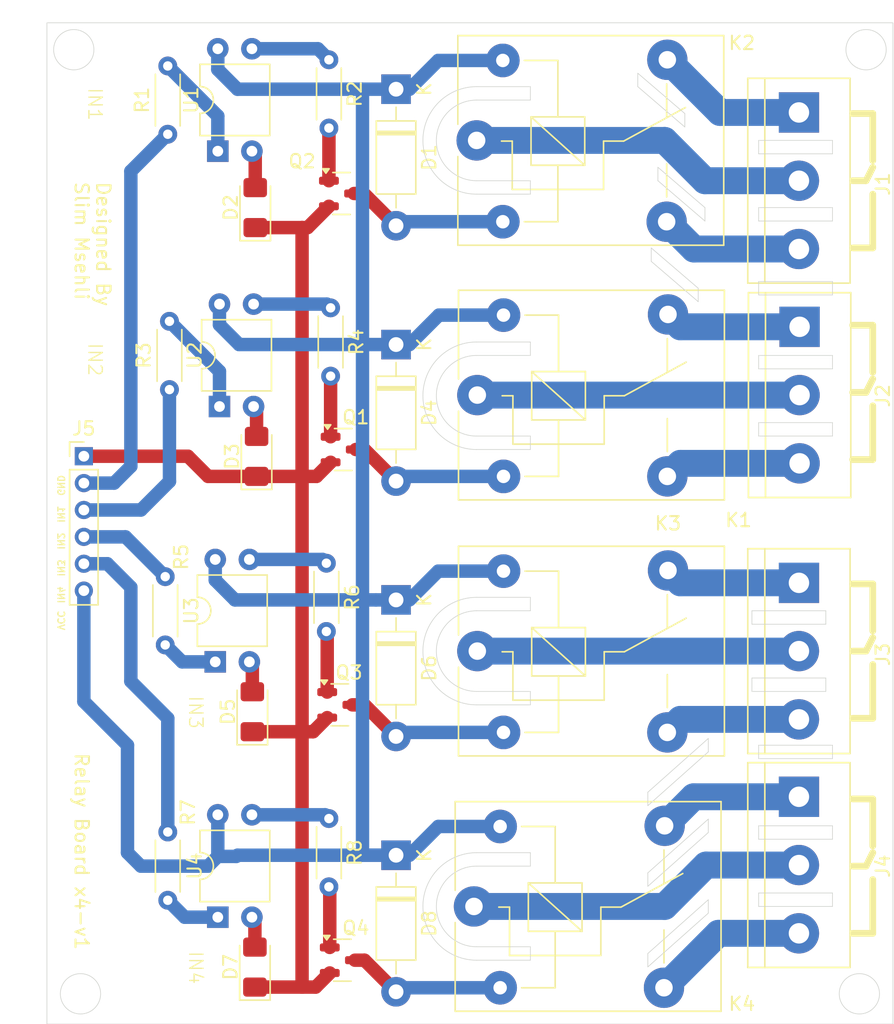
<source format=kicad_pcb>
(kicad_pcb (version 20240108) (generator "pcbnew") (generator_version "8.0")
  (title_block (title "x4 Relay Board with 5v control") (date "2025-05-09") (rev "v0") (company "Slim Msehli"))
  (layers (0 "F.Cu" signal) (31 "B.Cu" signal) (34 "B.Paste" user) (35 "F.Paste" user) (36 "B.SilkS" user "B.Silkscreen") (37 "F.SilkS" user "F.Silkscreen") (38 "B.Mask" user) (39 "F.Mask" user) (44 "Edge.Cuts" user))
  (net 0 "")
  (net 1 "Net-(D1-A)")
  (net 2 "VCC")
  (net 3 "Net-(D2-A)")
  (net 4 "GND")
  (net 5 "Net-(D3-A)")
  (net 6 "Net-(D4-A)")
  (net 7 "Net-(D5-A)")
  (net 8 "Net-(D6-A)")
  (net 9 "Net-(D7-A)")
  (net 10 "Net-(D8-A)")
  (net 11 "/AC1_CLOSE")
  (net 12 "/AC1_IN")
  (net 13 "/AC1_OPEN")
  (net 14 "/AC2_IN")
  (net 15 "/AC2_CLOSE")
  (net 16 "/AC2_OPEN")
  (net 17 "/AC3_IN")
  (net 18 "/AC3_OPEN")
  (net 19 "/AC3_CLOSE")
  (net 20 "/AC4_OPEN")
  (net 21 "/AC4_IN")
  (net 22 "/AC4_CLOSE")
  (net 23 "/IN1")
  (net 24 "/IN4")
  (net 25 "/IN3")
  (net 26 "/IN2")
  (net 27 "Net-(Q1-B)")
  (net 28 "Net-(Q2-B)")
  (net 29 "Net-(Q3-B)")
  (net 30 "Net-(Q4-B)")
  (net 31 "Net-(R1-Pad2)")
  (net 32 "Net-(R2-Pad1)")
  (net 33 "Net-(R3-Pad2)")
  (net 34 "Net-(R4-Pad1)")
  (net 35 "Net-(R5-Pad2)")
  (net 36 "Net-(R6-Pad1)")
  (net 37 "Net-(R7-Pad2)")
  (net 38 "Net-(R8-Pad1)")
  (footprint "Resistor_THT:R_Axial_DIN0204_L3.6mm_D1.6mm_P5.08mm_Horizontal" (layer "F.Cu") (at 90.125 44.46 -90)
    (property "Reference" "R4" (at 2.54 -1.92 90) (layer "F.SilkS"))
    (property "Value" "510R")
    (pad "1" thru_hole circle (at 0 0 270) (size 1.4 1.4) (drill 0.7) (layers "*.Cu" "*.Mask") (net 34 "Net-(R4-Pad1)"))
    (pad "2" thru_hole oval (at 5.08 0 270) (size 1.4 1.4) (drill 0.7) (layers "*.Cu" "*.Mask") (net 27 "Net-(Q1-B)"))
  )
  (footprint "LED_SMD:LED_1206_3216Metric_Pad1.42x1.75mm_HandSolder" (layer "F.Cu") (at 84.6125 55.5125 90)
    (property "Reference" "D3" (at 0 -1.82 90) (layer "F.SilkS"))
    (property "Value" "LED")
    (pad "1" smd roundrect (at -1.4875 0 90) (size 1.425 1.75) (layers "F.Cu" "F.Paste" "F.Mask") (roundrect_rratio 0.175439) (net 4 "GND"))
    (pad "2" smd roundrect (at 1.4875 0 90) (size 1.425 1.75) (layers "F.Cu" "F.Paste" "F.Mask") (roundrect_rratio 0.175439) (net 5 "Net-(D3-A)"))
  )
  (footprint "LED_SMD:LED_1206_3216Metric_Pad1.42x1.75mm_HandSolder" (layer "F.Cu") (at 84.4875 93.5125 90)
    (property "Reference" "D7" (at 0 -1.82 90) (layer "F.SilkS"))
    (property "Value" "LED")
    (pad "1" smd roundrect (at -1.4875 0 90) (size 1.425 1.75) (layers "F.Cu" "F.Paste" "F.Mask") (roundrect_rratio 0.175439) (net 4 "GND"))
    (pad "2" smd roundrect (at 1.4875 0 90) (size 1.425 1.75) (layers "F.Cu" "F.Paste" "F.Mask") (roundrect_rratio 0.175439) (net 9 "Net-(D7-A)"))
  )
  (footprint "TerminalBlock:TerminalBlock_bornier-3_P5.08mm" (layer "F.Cu") (at 125.05 45.87 -90)
    (property "Reference" "J2" (at 5.13 -6.2 -90) (layer "F.SilkS"))
    (property "Value" "Conn_01x03_Pin")
    (pad "1" thru_hole rect (at 0 0 270) (size 3 3) (drill 1.52) (layers "*.Cu" "*.Mask") (net 15 "/AC2_CLOSE"))
    (pad "2" thru_hole circle (at 5.08 0 270) (size 3 3) (drill 1.52) (layers "*.Cu" "*.Mask") (net 14 "/AC2_IN"))
    (pad "3" thru_hole circle (at 10.16 0 270) (size 3 3) (drill 1.52) (layers "*.Cu" "*.Mask") (net 16 "/AC2_OPEN"))
  )
  (footprint "Package_TO_SOT_SMD:SOT-23" (layer "F.Cu") (at 91.0625 55)
    (property "Reference" "Q1" (at 0.9375 -2.4 0) (layer "F.SilkS"))
    (property "Value" "BC807")
    (pad "1" smd roundrect (at -0.9375 -0.95) (size 1.475 0.6) (layers "F.Cu" "F.Paste" "F.Mask") (net 27 "Net-(Q1-B)"))
    (pad "2" smd roundrect (at -0.9375 0.95) (size 1.475 0.6) (layers "F.Cu" "F.Paste" "F.Mask") (net 4 "GND"))
    (pad "3" smd roundrect (at 0.9375 0) (size 1.475 0.6) (layers "F.Cu" "F.Paste" "F.Mask") (net 6 "Net-(D4-A)"))
  )
  (footprint "Resistor_THT:R_Axial_DIN0204_L3.6mm_D1.6mm_P5.08mm_Horizontal" (layer "F.Cu") (at 89.81 63.46 -90)
    (property "Reference" "R6" (at 2.54 -1.92 90) (layer "F.SilkS"))
    (property "Value" "510R")
    (pad "1" thru_hole circle (at 0 0 270) (size 1.4 1.4) (drill 0.7) (layers "*.Cu" "*.Mask") (net 36 "Net-(R6-Pad1)"))
    (pad "2" thru_hole oval (at 5.08 0 270) (size 1.4 1.4) (drill 0.7) (layers "*.Cu" "*.Mask") (net 29 "Net-(Q3-B)"))
  )
  (footprint "Package_DIP:DIP-4_W7.62mm" (layer "F.Cu") (at 81.725 89.8 90)
    (property "Reference" "U4" (at 3.81 -1.725 90) (layer "F.SilkS"))
    (property "Value" "PC817")
    (pad "1" thru_hole rect (at 0 0 90) (size 1.6 1.6) (drill 0.8) (layers "*.Cu" "*.Mask") (net 37 "Net-(R7-Pad2)"))
    (pad "2" thru_hole oval (at 0 2.54 90) (size 1.6 1.6) (drill 0.8) (layers "*.Cu" "*.Mask") (net 9 "Net-(D7-A)"))
    (pad "3" thru_hole oval (at 7.62 2.54 90) (size 1.6 1.6) (drill 0.8) (layers "*.Cu" "*.Mask") (net 38 "Net-(R8-Pad1)"))
    (pad "4" thru_hole oval (at 7.62 0 90) (size 1.6 1.6) (drill 0.8) (layers "*.Cu" "*.Mask") (net 2 "VCC"))
  )
  (footprint "TerminalBlock:TerminalBlock_bornier-3_P5.08mm" (layer "F.Cu") (at 125 29.92 -90)
    (property "Reference" "J1" (at 5.33 -6.25 -90) (layer "F.SilkS"))
    (property "Value" "Conn_01x03_Pin")
    (pad "1" thru_hole rect (at 0 0 270) (size 3 3) (drill 1.52) (layers "*.Cu" "*.Mask") (net 11 "/AC1_CLOSE"))
    (pad "2" thru_hole circle (at 5.08 0 270) (size 3 3) (drill 1.52) (layers "*.Cu" "*.Mask") (net 12 "/AC1_IN"))
    (pad "3" thru_hole circle (at 10.16 0 270) (size 3 3) (drill 1.52) (layers "*.Cu" "*.Mask") (net 13 "/AC1_OPEN"))
  )
  (footprint "Relay_THT:Relay_SPDT_SANYOU_SRD_Series_Form_C" (layer "F.Cu") (at 101.05 70)
    (property "Reference" "K3" (at 14.2 -9.5 0) (layer "F.SilkS"))
    (property "Value" "SANYOU_SRD_Form_C")
    (pad "1" thru_hole circle (at 0 0 90) (size 3 3) (drill 1.3) (layers "*.Cu" "*.Mask") (net 17 "/AC3_IN"))
    (pad "2" thru_hole circle (at 1.95 6.05 90) (size 2.5 2.5) (drill 1) (layers "*.Cu" "*.Mask") (net 8 "Net-(D6-A)"))
    (pad "3" thru_hole circle (at 14.15 6.05 90) (size 3 3) (drill 1.3) (layers "*.Cu" "*.Mask") (net 18 "/AC3_OPEN"))
    (pad "4" thru_hole circle (at 14.2 -6 90) (size 3 3) (drill 1.3) (layers "*.Cu" "*.Mask") (net 19 "/AC3_CLOSE"))
    (pad "5" thru_hole circle (at 1.95 -5.95 90) (size 2.5 2.5) (drill 1) (layers "*.Cu" "*.Mask") (net 2 "VCC"))
  )
  (footprint "TerminalBlock:TerminalBlock_bornier-3_P5.08mm" (layer "F.Cu") (at 125 80.84 -90)
    (property "Reference" "J4" (at 5.16 -6.25 -90) (layer "F.SilkS"))
    (property "Value" "Conn_01x03_Pin")
    (pad "1" thru_hole rect (at 0 0 270) (size 3 3) (drill 1.52) (layers "*.Cu" "*.Mask") (net 22 "/AC4_CLOSE"))
    (pad "2" thru_hole circle (at 5.08 0 270) (size 3 3) (drill 1.52) (layers "*.Cu" "*.Mask") (net 21 "/AC4_IN"))
    (pad "3" thru_hole circle (at 10.16 0 270) (size 3 3) (drill 1.52) (layers "*.Cu" "*.Mask") (net 20 "/AC4_OPEN"))
  )
  (footprint "TerminalBlock:TerminalBlock_bornier-3_P5.08mm" (layer "F.Cu") (at 125 64.92 -90)
    (property "Reference" "J3" (at 5.33 -6.25 -90) (layer "F.SilkS"))
    (property "Value" "Conn_01x03_Pin")
    (pad "1" thru_hole rect (at 0 0 270) (size 3 3) (drill 1.52) (layers "*.Cu" "*.Mask") (net 19 "/AC3_CLOSE"))
    (pad "2" thru_hole circle (at 5.08 0 270) (size 3 3) (drill 1.52) (layers "*.Cu" "*.Mask") (net 17 "/AC3_IN"))
    (pad "3" thru_hole circle (at 10.16 0 270) (size 3 3) (drill 1.52) (layers "*.Cu" "*.Mask") (net 18 "/AC3_OPEN"))
  )
  (footprint "Package_TO_SOT_SMD:SOT-23" (layer "F.Cu") (at 91 93)
    (property "Reference" "Q4" (at 1 -2.4 0) (layer "F.SilkS"))
    (property "Value" "BC807")
    (pad "1" smd roundrect (at -0.9375 -0.95) (size 1.475 0.6) (layers "F.Cu" "F.Paste" "F.Mask") (net 30 "Net-(Q4-B)"))
    (pad "2" smd roundrect (at -0.9375 0.95) (size 1.475 0.6) (layers "F.Cu" "F.Paste" "F.Mask") (net 4 "GND"))
    (pad "3" smd roundrect (at 0.9375 0) (size 1.475 0.6) (layers "F.Cu" "F.Paste" "F.Mask") (net 10 "Net-(D8-A)"))
  )
  (footprint "Diode_THT:D_DO-41_SOD81_P10.16mm_Horizontal" (layer "F.Cu") (at 95 47.19 -90)
    (property "Reference" "D4" (at 5.08 -2.47 -90) (layer "F.SilkS"))
    (property "Value" "1N4007")
    (fp_text user "K" (at 0 -2.1 -90) (layer "F.SilkS"))
    (pad "1" thru_hole rect (at 0 0 270) (size 2.2 2.2) (drill 1.1) (layers "*.Cu" "*.Mask") (net 2 "VCC"))
    (pad "2" thru_hole oval (at 10.16 0 270) (size 2.2 2.2) (drill 1.1) (layers "*.Cu" "*.Mask") (net 6 "Net-(D4-A)"))
  )
  (footprint "Diode_THT:D_DO-41_SOD81_P10.16mm_Horizontal" (layer "F.Cu") (at 95 85.19 -90)
    (property "Reference" "D8" (at 5.08 -2.47 -90) (layer "F.SilkS"))
    (property "Value" "1N4007")
    (fp_text user "K" (at 0 -2.1 -90) (layer "F.SilkS"))
    (pad "1" thru_hole rect (at 0 0 270) (size 2.2 2.2) (drill 1.1) (layers "*.Cu" "*.Mask") (net 2 "VCC"))
    (pad "2" thru_hole oval (at 10.16 0 270) (size 2.2 2.2) (drill 1.1) (layers "*.Cu" "*.Mask") (net 10 "Net-(D8-A)"))
  )
  (footprint "Resistor_THT:R_Axial_DIN0204_L3.6mm_D1.6mm_P5.08mm_Horizontal" (layer "F.Cu") (at 90 82.46 -90)
    (property "Reference" "R8" (at 2.54 -1.92 90) (layer "F.SilkS"))
    (property "Value" "510R")
    (pad "1" thru_hole circle (at 0 0 270) (size 1.4 1.4) (drill 0.7) (layers "*.Cu" "*.Mask") (net 38 "Net-(R8-Pad1)"))
    (pad "2" thru_hole oval (at 5.08 0 270) (size 1.4 1.4) (drill 0.7) (layers "*.Cu" "*.Mask") (net 30 "Net-(Q4-B)"))
  )
  (footprint "Resistor_THT:R_Axial_DIN0204_L3.6mm_D1.6mm_P5.08mm_Horizontal" (layer "F.Cu") (at 78 31.54 90)
    (property "Reference" "R1" (at 2.54 -1.92 90) (layer "F.SilkS"))
    (property "Value" "1K")
    (pad "1" thru_hole circle (at 0 0 90) (size 1.4 1.4) (drill 0.7) (layers "*.Cu" "*.Mask") (net 23 "/IN1"))
    (pad "2" thru_hole oval (at 5.08 0 90) (size 1.4 1.4) (drill 0.7) (layers "*.Cu" "*.Mask") (net 31 "Net-(R1-Pad2)"))
  )
  (footprint "LED_SMD:LED_1206_3216Metric_Pad1.42x1.75mm_HandSolder" (layer "F.Cu") (at 84.2975 74.5125 90)
    (property "Reference" "D5" (at 0 -1.82 90) (layer "F.SilkS"))
    (property "Value" "LED")
    (pad "1" smd roundrect (at -1.4875 0 90) (size 1.425 1.75) (layers "F.Cu" "F.Paste" "F.Mask") (roundrect_rratio 0.175439) (net 4 "GND"))
    (pad "2" smd roundrect (at 1.4875 0 90) (size 1.425 1.75) (layers "F.Cu" "F.Paste" "F.Mask") (roundrect_rratio 0.175439) (net 7 "Net-(D5-A)"))
  )
  (footprint "Resistor_THT:R_Axial_DIN0204_L3.6mm_D1.6mm_P5.08mm_Horizontal" (layer "F.Cu") (at 90 26 -90)
    (property "Reference" "R2" (at 2.54 -1.92 90) (layer "F.SilkS"))
    (property "Value" "510R")
    (pad "1" thru_hole circle (at 0 0 270) (size 1.4 1.4) (drill 0.7) (layers "*.Cu" "*.Mask") (net 32 "Net-(R2-Pad1)"))
    (pad "2" thru_hole oval (at 5.08 0 270) (size 1.4 1.4) (drill 0.7) (layers "*.Cu" "*.Mask") (net 28 "Net-(Q2-B)"))
  )
  (footprint "Resistor_THT:R_Axial_DIN0204_L3.6mm_D1.6mm_P5.08mm_Horizontal" (layer "F.Cu") (at 77.81 64.46 -90)
    (property "Reference" "R5" (at -1.46 -1.19 90) (layer "F.SilkS"))
    (property "Value" "1K")
    (pad "1" thru_hole circle (at 0 0 270) (size 1.4 1.4) (drill 0.7) (layers "*.Cu" "*.Mask") (net 25 "/IN3"))
    (pad "2" thru_hole oval (at 5.08 0 270) (size 1.4 1.4) (drill 0.7) (layers "*.Cu" "*.Mask") (net 35 "Net-(R5-Pad2)"))
  )
  (footprint "Relay_THT:Relay_SPDT_SANYOU_SRD_Series_Form_C" (layer "F.Cu") (at 101 32)
    (property "Reference" "K2" (at 19.75 -7.25 0) (layer "F.SilkS"))
    (property "Value" "SANYOU_SRD_Form_C")
    (pad "1" thru_hole circle (at 0 0 90) (size 3 3) (drill 1.3) (layers "*.Cu" "*.Mask") (net 12 "/AC1_IN"))
    (pad "2" thru_hole circle (at 1.95 6.05 90) (size 2.5 2.5) (drill 1) (layers "*.Cu" "*.Mask") (net 1 "Net-(D1-A)"))
    (pad "3" thru_hole circle (at 14.15 6.05 90) (size 3 3) (drill 1.3) (layers "*.Cu" "*.Mask") (net 13 "/AC1_OPEN"))
    (pad "4" thru_hole circle (at 14.2 -6 90) (size 3 3) (drill 1.3) (layers "*.Cu" "*.Mask") (net 11 "/AC1_CLOSE"))
    (pad "5" thru_hole circle (at 1.95 -5.95 90) (size 2.5 2.5) (drill 1) (layers "*.Cu" "*.Mask") (net 2 "VCC"))
  )
  (footprint "Package_DIP:DIP-4_W7.62mm" (layer "F.Cu") (at 81.85 51.8 90)
    (property "Reference" "U2" (at 3.81 -1.85 90) (layer "F.SilkS"))
    (property "Value" "PC817")
    (pad "1" thru_hole rect (at 0 0 90) (size 1.6 1.6) (drill 0.8) (layers "*.Cu" "*.Mask") (net 33 "Net-(R3-Pad2)"))
    (pad "2" thru_hole oval (at 0 2.54 90) (size 1.6 1.6) (drill 0.8) (layers "*.Cu" "*.Mask") (net 5 "Net-(D3-A)"))
    (pad "3" thru_hole oval (at 7.62 2.54 90) (size 1.6 1.6) (drill 0.8) (layers "*.Cu" "*.Mask") (net 34 "Net-(R4-Pad1)"))
    (pad "4" thru_hole oval (at 7.62 0 90) (size 1.6 1.6) (drill 0.8) (layers "*.Cu" "*.Mask") (net 2 "VCC"))
  )
  (footprint "Diode_THT:D_DO-41_SOD81_P10.16mm_Horizontal" (layer "F.Cu") (at 95 66.19 -90)
    (property "Reference" "D6" (at 5.08 -2.47 -90) (layer "F.SilkS"))
    (property "Value" "1N4007")
    (fp_text user "K" (at 0 -2.1 -90) (layer "F.SilkS"))
    (pad "1" thru_hole rect (at 0 0 270) (size 2.2 2.2) (drill 1.1) (layers "*.Cu" "*.Mask") (net 2 "VCC"))
    (pad "2" thru_hole oval (at 10.16 0 270) (size 2.2 2.2) (drill 1.1) (layers "*.Cu" "*.Mask") (net 8 "Net-(D6-A)"))
  )
  (footprint "Relay_THT:Relay_SPDT_SANYOU_SRD_Series_Form_C" (layer "F.Cu") (at 101.05 50.95)
    (property "Reference" "K1" (at 19.45 9.3 0) (layer "F.SilkS"))
    (property "Value" "SANYOU_SRD_Form_C")
    (pad "1" thru_hole circle (at 0 0 90) (size 3 3) (drill 1.3) (layers "*.Cu" "*.Mask") (net 14 "/AC2_IN"))
    (pad "2" thru_hole circle (at 1.95 6.05 90) (size 2.5 2.5) (drill 1) (layers "*.Cu" "*.Mask") (net 6 "Net-(D4-A)"))
    (pad "3" thru_hole circle (at 14.15 6.05 90) (size 3 3) (drill 1.3) (layers "*.Cu" "*.Mask") (net 16 "/AC2_OPEN"))
    (pad "4" thru_hole circle (at 14.2 -6 90) (size 3 3) (drill 1.3) (layers "*.Cu" "*.Mask") (net 15 "/AC2_CLOSE"))
    (pad "5" thru_hole circle (at 1.95 -5.95 90) (size 2.5 2.5) (drill 1) (layers "*.Cu" "*.Mask") (net 2 "VCC"))
  )
  (footprint "LED_SMD:LED_1206_3216Metric_Pad1.42x1.75mm_HandSolder" (layer "F.Cu") (at 84.5125 37 90)
    (property "Reference" "D2" (at 0 -1.82 90) (layer "F.SilkS"))
    (property "Value" "LED")
    (pad "1" smd roundrect (at -1.4875 0 90) (size 1.425 1.75) (layers "F.Cu" "F.Paste" "F.Mask") (roundrect_rratio 0.175439) (net 4 "GND"))
    (pad "2" smd roundrect (at 1.4875 0 90) (size 1.425 1.75) (layers "F.Cu" "F.Paste" "F.Mask") (roundrect_rratio 0.175439) (net 3 "Net-(D2-A)"))
  )
  (footprint "Resistor_THT:R_Axial_DIN0204_L3.6mm_D1.6mm_P5.08mm_Horizontal" (layer "F.Cu") (at 78 83.46 -90)
    (property "Reference" "R7" (at -1.46 -1.5 90) (layer "F.SilkS"))
    (property "Value" "1K")
    (pad "1" thru_hole circle (at 0 0 270) (size 1.4 1.4) (drill 0.7) (layers "*.Cu" "*.Mask") (net 24 "/IN4"))
    (pad "2" thru_hole oval (at 5.08 0 270) (size 1.4 1.4) (drill 0.7) (layers "*.Cu" "*.Mask") (net 37 "Net-(R7-Pad2)"))
  )
  (footprint "Diode_THT:D_DO-41_SOD81_P10.16mm_Horizontal" (layer "F.Cu") (at 95 28.19 -90)
    (property "Reference" "D1" (at 5.08 -2.47 -90) (layer "F.SilkS"))
    (property "Value" "1N4007")
    (fp_text user "K" (at 0 -2.1 -90) (layer "F.SilkS"))
    (pad "1" thru_hole rect (at 0 0 270) (size 2.2 2.2) (drill 1.1) (layers "*.Cu" "*.Mask") (net 2 "VCC"))
    (pad "2" thru_hole oval (at 10.16 0 270) (size 2.2 2.2) (drill 1.1) (layers "*.Cu" "*.Mask") (net 1 "Net-(D1-A)"))
  )
  (footprint "Package_TO_SOT_SMD:SOT-23" (layer "F.Cu") (at 90.9375 35.95)
    (property "Reference" "Q2" (at -2.9375 -2.4 0) (layer "F.SilkS"))
    (property "Value" "BC807")
    (pad "1" smd roundrect (at -0.9375 -0.95) (size 1.475 0.6) (layers "F.Cu" "F.Paste" "F.Mask") (net 28 "Net-(Q2-B)"))
    (pad "2" smd roundrect (at -0.9375 0.95) (size 1.475 0.6) (layers "F.Cu" "F.Paste" "F.Mask") (net 4 "GND"))
    (pad "3" smd roundrect (at 0.9375 0) (size 1.475 0.6) (layers "F.Cu" "F.Paste" "F.Mask") (net 1 "Net-(D1-A)"))
  )
  (footprint "Resistor_THT:R_Axial_DIN0204_L3.6mm_D1.6mm_P5.08mm_Horizontal" (layer "F.Cu") (at 78.125 50.54 90)
    (property "Reference" "R3" (at 2.54 -1.92 90) (layer "F.SilkS"))
    (property "Value" "1K")
    (pad "1" thru_hole circle (at 0 0 90) (size 1.4 1.4) (drill 0.7) (layers "*.Cu" "*.Mask") (net 26 "/IN2"))
    (pad "2" thru_hole oval (at 5.08 0 90) (size 1.4 1.4) (drill 0.7) (layers "*.Cu" "*.Mask") (net 33 "Net-(R3-Pad2)"))
  )
  (footprint "Package_DIP:DIP-4_W7.62mm" (layer "F.Cu") (at 81.725 32.8 90)
    (property "Reference" "U1" (at 3.8 -1.975 90) (layer "F.SilkS"))
    (property "Value" "PC817")
    (pad "1" thru_hole rect (at 0 0 90) (size 1.6 1.6) (drill 0.8) (layers "*.Cu" "*.Mask") (net 31 "Net-(R1-Pad2)"))
    (pad "2" thru_hole oval (at 0 2.54 90) (size 1.6 1.6) (drill 0.8) (layers "*.Cu" "*.Mask") (net 3 "Net-(D2-A)"))
    (pad "3" thru_hole oval (at 7.62 2.54 90) (size 1.6 1.6) (drill 0.8) (layers "*.Cu" "*.Mask") (net 32 "Net-(R2-Pad1)"))
    (pad "4" thru_hole oval (at 7.62 0 90) (size 1.6 1.6) (drill 0.8) (layers "*.Cu" "*.Mask") (net 2 "VCC"))
  )
  (footprint "Relay_THT:Relay_SPDT_SANYOU_SRD_Series_Form_C" (layer "F.Cu") (at 100.8 89)
    (property "Reference" "K4" (at 19.95 7.25 0) (layer "F.SilkS"))
    (property "Value" "SANYOU_SRD_Form_C")
    (pad "1" thru_hole circle (at 0 0 90) (size 3 3) (drill 1.3) (layers "*.Cu" "*.Mask") (net 21 "/AC4_IN"))
    (pad "2" thru_hole circle (at 1.95 6.05 90) (size 2.5 2.5) (drill 1) (layers "*.Cu" "*.Mask") (net 10 "Net-(D8-A)"))
    (pad "3" thru_hole circle (at 14.15 6.05 90) (size 3 3) (drill 1.3) (layers "*.Cu" "*.Mask") (net 20 "/AC4_OPEN"))
    (pad "4" thru_hole circle (at 14.2 -6 90) (size 3 3) (drill 1.3) (layers "*.Cu" "*.Mask") (net 22 "/AC4_CLOSE"))
    (pad "5" thru_hole circle (at 1.95 -5.95 90) (size 2.5 2.5) (drill 1) (layers "*.Cu" "*.Mask") (net 2 "VCC"))
  )
  (footprint "Package_DIP:DIP-4_W7.62mm" (layer "F.Cu") (at 81.535 70.8 90)
    (property "Reference" "U3" (at 3.8 -1.785 90) (layer "F.SilkS"))
    (property "Value" "PC817")
    (pad "1" thru_hole rect (at 0 0 90) (size 1.6 1.6) (drill 0.8) (layers "*.Cu" "*.Mask") (net 35 "Net-(R5-Pad2)"))
    (pad "2" thru_hole oval (at 0 2.54 90) (size 1.6 1.6) (drill 0.8) (layers "*.Cu" "*.Mask") (net 7 "Net-(D5-A)"))
    (pad "3" thru_hole oval (at 7.62 2.54 90) (size 1.6 1.6) (drill 0.8) (layers "*.Cu" "*.Mask") (net 36 "Net-(R6-Pad1)"))
    (pad "4" thru_hole oval (at 7.62 0 90) (size 1.6 1.6) (drill 0.8) (layers "*.Cu" "*.Mask") (net 2 "VCC"))
  )
  (footprint "Connector_PinHeader_2.00mm:PinHeader_1x06_P2.00mm_Vertical" (layer "F.Cu") (at 71.75 55.5)
    (property "Reference" "J5" (at 0 -2.06 0) (layer "F.SilkS"))
    (property "Value" "Conn_01x06_Pin")
    (pad "1" thru_hole rect (at 0 0) (size 1.35 1.35) (drill 0.8) (layers "*.Cu" "*.Mask") (net 4 "GND"))
    (pad "2" thru_hole oval (at 0 2) (size 1.35 1.35) (drill 0.8) (layers "*.Cu" "*.Mask") (net 23 "/IN1"))
    (pad "3" thru_hole oval (at 0 4) (size 1.35 1.35) (drill 0.8) (layers "*.Cu" "*.Mask") (net 26 "/IN2"))
    (pad "4" thru_hole oval (at 0 6) (size 1.35 1.35) (drill 0.8) (layers "*.Cu" "*.Mask") (net 25 "/IN3"))
    (pad "5" thru_hole oval (at 0 8) (size 1.35 1.35) (drill 0.8) (layers "*.Cu" "*.Mask") (net 24 "/IN4"))
    (pad "6" thru_hole oval (at 0 10) (size 1.35 1.35) (drill 0.8) (layers "*.Cu" "*.Mask") (net 2 "VCC"))
  )
  (footprint "Package_TO_SOT_SMD:SOT-23" (layer "F.Cu") (at 90.81 74)
    (property "Reference" "Q3" (at 0.69 -2.4 0) (layer "F.SilkS"))
    (property "Value" "BC807")
    (pad "1" smd roundrect (at -0.9375 -0.95) (size 1.475 0.6) (layers "F.Cu" "F.Paste" "F.Mask") (net 29 "Net-(Q3-B)"))
    (pad "2" smd roundrect (at -0.9375 0.95) (size 1.475 0.6) (layers "F.Cu" "F.Paste" "F.Mask") (net 4 "GND"))
    (pad "3" smd roundrect (at 0.9375 0) (size 1.475 0.6) (layers "F.Cu" "F.Paste" "F.Mask") (net 8 "Net-(D6-A)"))
  )
  (gr_line (start 129 40) (end 130.5 40) (stroke (width 0.5)) (layer "F.SilkS"))
  (gr_line (start 130.5 81) (end 130.5 84.5) (stroke (width 0.5)) (layer "F.SilkS"))
  (gr_line (start 130.5 40) (end 130.5 36) (stroke (width 0.5)) (layer "F.SilkS"))
  (gr_line (start 129 30) (end 130.5 30) (stroke (width 0.5)) (layer "F.SilkS"))
  (gr_line (start 130 70) (end 130.5 69) (stroke (width 0.5)) (layer "F.SilkS"))
  (gr_line (start 129 50.75) (end 130 50.75) (stroke (width 0.5)) (layer "F.SilkS"))
  (gr_line (start 130 35) (end 130.5 34) (stroke (width 0.5)) (layer "F.SilkS"))
  (gr_line (start 129 70) (end 130 70) (stroke (width 0.5)) (layer "F.SilkS"))
  (gr_line (start 129 55.75) (end 130.5 55.75) (stroke (width 0.5)) (layer "F.SilkS"))
  (gr_line (start 130.5 75) (end 130.5 71) (stroke (width 0.5)) (layer "F.SilkS"))
  (gr_line (start 129 65) (end 130.5 65) (stroke (width 0.5)) (layer "F.SilkS"))
  (gr_line (start 129 45.75) (end 130.5 45.75) (stroke (width 0.5)) (layer "F.SilkS"))
  (gr_line (start 129 81) (end 130.5 81) (stroke (width 0.5)) (layer "F.SilkS"))
  (gr_line (start 130.5 65) (end 130.5 68.5) (stroke (width 0.5)) (layer "F.SilkS"))
  (gr_line (start 130 86) (end 130.5 85) (stroke (width 0.5)) (layer "F.SilkS"))
  (gr_line (start 130.5 30) (end 130.5 33.5) (stroke (width 0.5)) (layer "F.SilkS"))
  (gr_line (start 129 75) (end 130.5 75) (stroke (width 0.5)) (layer "F.SilkS"))
  (gr_line (start 130.5 55.75) (end 130.5 51.75) (stroke (width 0.5)) (layer "F.SilkS"))
  (gr_line (start 129 91) (end 130.5 91) (stroke (width 0.5)) (layer "F.SilkS"))
  (gr_line (start 129 86) (end 130 86) (stroke (width 0.5)) (layer "F.SilkS"))
  (gr_line (start 130.5 45.75) (end 130.5 49.25) (stroke (width 0.5)) (layer "F.SilkS"))
  (gr_line (start 130 50.75) (end 130.5 49.75) (stroke (width 0.5)) (layer "F.SilkS"))
  (gr_line (start 129 35) (end 130 35) (stroke (width 0.5)) (layer "F.SilkS"))
  (gr_line (start 130.5 91) (end 130.5 87) (stroke (width 0.5)) (layer "F.SilkS"))
  (gr_line (start 127.5 48) (end 127.5 49) (stroke (width 0.05)) (layer "Edge.Cuts"))
  (gr_circle (center 71 25.25) (end 72.5 25.25) (stroke (width 0.05)) (fill none) (layer "Edge.Cuts"))
  (gr_line (start 113 27) (end 116.5 30) (stroke (width 0.05)) (layer "Edge.Cuts"))
  (gr_line (start 101 85) (end 105 85) (stroke (width 0.05)) (layer "Edge.Cuts"))
  (gr_line (start 113.75 86.5) (end 118.25 82.5) (stroke (width 0.05)) (layer "Edge.Cuts"))
  (gr_arc (start 101 36) (mid 97 32) (end 101 28) (stroke (width 0.05)) (layer "Edge.Cuts"))
  (gr_line (start 118.25 76.5) (end 118.25 77.5) (stroke (width 0.05)) (layer "Edge.Cuts"))
  (gr_line (start 122 42.5) (end 122 43.5) (stroke (width 0.05)) (layer "Edge.Cuts"))
  (gr_line (start 122 84) (end 122 83) (stroke (width 0.05)) (layer "Edge.Cuts"))
  (gr_line (start 127 72) (end 127 73) (stroke (width 0.05)) (layer "Edge.Cuts"))
  (gr_line (start 118.25 77.5) (end 113.75 81.5) (stroke (width 0.05)) (layer "Edge.Cuts"))
  (gr_line (start 113.75 87.5) (end 113.75 86.5) (stroke (width 0.05)) (layer "Edge.Cuts"))
  (gr_line (start 122 48) (end 122 49) (stroke (width 0.05)) (layer "Edge.Cuts"))
  (gr_line (start 121.5 72) (end 127 72) (stroke (width 0.05)) (layer "Edge.Cuts"))
  (gr_line (start 127 68) (end 121.5 68) (stroke (width 0.05)) (layer "Edge.Cuts"))
  (gr_circle (center 129.5 95.5) (end 131 95.5) (stroke (width 0.05)) (fill none) (layer "Edge.Cuts"))
  (gr_line (start 122 89) (end 122 88) (stroke (width 0.05)) (layer "Edge.Cuts"))
  (gr_line (start 105 67) (end 101 67) (stroke (width 0.05)) (layer "Edge.Cuts"))
  (gr_line (start 101 28) (end 105 28) (stroke (width 0.05)) (layer "Edge.Cuts"))
  (gr_line (start 105 55) (end 101 55) (stroke (width 0.05)) (layer "Edge.Cuts"))
  (gr_rect (start 69 23.25) (end 132 97.75) (stroke (width 0.05)) (fill none) (layer "Edge.Cuts"))
  (gr_line (start 127.5 77) (end 127.5 78) (stroke (width 0.05)) (layer "Edge.Cuts"))
  (gr_line (start 127.5 54) (end 122 54) (stroke (width 0.05)) (layer "Edge.Cuts"))
  (gr_line (start 101 54) (end 105 54) (stroke (width 0.05)) (layer "Edge.Cuts"))
  (gr_arc (start 101 74) (mid 97 70) (end 101 66) (stroke (width 0.05)) (layer "Edge.Cuts"))
  (gr_line (start 127.5 43.5) (end 122 43.5) (stroke (width 0.05)) (layer "Edge.Cuts"))
  (gr_line (start 101 92) (end 105 92) (stroke (width 0.05)) (layer "Edge.Cuts"))
  (gr_line (start 114 40) (end 117.5 43) (stroke (width 0.05)) (layer "Edge.Cuts"))
  (gr_line (start 118.25 83.5) (end 113.75 87.5) (stroke (width 0.05)) (layer "Edge.Cuts"))
  (gr_line (start 101 66) (end 105 66) (stroke (width 0.05)) (layer "Edge.Cuts"))
  (gr_line (start 127.5 49) (end 122 49) (stroke (width 0.05)) (layer "Edge.Cuts"))
  (gr_line (start 105 54) (end 105 55) (stroke (width 0.05)) (layer "Edge.Cuts"))
  (gr_line (start 117.5 43) (end 117.5 44) (stroke (width 0.05)) (layer "Edge.Cuts"))
  (gr_line (start 117.5 44) (end 114 41) (stroke (width 0.05)) (layer "Edge.Cuts"))
  (gr_line (start 101 47) (end 105 47) (stroke (width 0.05)) (layer "Edge.Cuts"))
  (gr_line (start 105 73) (end 105 74) (stroke (width 0.05)) (layer "Edge.Cuts"))
  (gr_circle (center 130 25.25) (end 131.5 25.25) (stroke (width 0.05)) (fill none) (layer "Edge.Cuts"))
  (gr_arc (start 101 54) (mid 98 51) (end 101 48) (stroke (width 0.05)) (layer "Edge.Cuts"))
  (gr_line (start 118 37) (end 118 38) (stroke (width 0.05)) (layer "Edge.Cuts"))
  (gr_line (start 118.25 88.5) (end 118.25 89.5) (stroke (width 0.05)) (layer "Edge.Cuts"))
  (gr_line (start 114.5 34) (end 114.5 35) (stroke (width 0.05)) (layer "Edge.Cuts"))
  (gr_line (start 121.5 67) (end 127 67) (stroke (width 0.05)) (layer "Edge.Cuts"))
  (gr_line (start 113 27) (end 113 28) (stroke (width 0.05)) (layer "Edge.Cuts"))
  (gr_line (start 127.5 53) (end 127.5 54) (stroke (width 0.05)) (layer "Edge.Cuts"))
  (gr_line (start 127.5 88) (end 127.5 89) (stroke (width 0.05)) (layer "Edge.Cuts"))
  (gr_line (start 121.5 72) (end 121.5 73) (stroke (width 0.05)) (layer "Edge.Cuts"))
  (gr_line (start 105 86) (end 101 86) (stroke (width 0.05)) (layer "Edge.Cuts"))
  (gr_line (start 127.5 42.5) (end 127.5 43.5) (stroke (width 0.05)) (layer "Edge.Cuts"))
  (gr_line (start 118.25 82.5) (end 118.25 83.5) (stroke (width 0.05)) (layer "Edge.Cuts"))
  (gr_line (start 101 35) (end 105 35) (stroke (width 0.05)) (layer "Edge.Cuts"))
  (gr_line (start 122 37) (end 127.5 37) (stroke (width 0.05)) (layer "Edge.Cuts"))
  (gr_line (start 127.5 83) (end 127.5 84) (stroke (width 0.05)) (layer "Edge.Cuts"))
  (gr_line (start 127.5 78) (end 122 78) (stroke (width 0.05)) (layer "Edge.Cuts"))
  (gr_line (start 122 53) (end 127.5 53) (stroke (width 0.05)) (layer "Edge.Cuts"))
  (gr_line (start 122 37) (end 122 38) (stroke (width 0.05)) (layer "Edge.Cuts"))
  (gr_line (start 113.75 92.5) (end 118.25 88.5) (stroke (width 0.05)) (layer "Edge.Cuts"))
  (gr_line (start 105 93) (end 101 93) (stroke (width 0.05)) (layer "Edge.Cuts"))
  (gr_line (start 127.5 38) (end 122 38) (stroke (width 0.05)) (layer "Edge.Cuts"))
  (gr_line (start 105 48) (end 101 48) (stroke (width 0.05)) (layer "Edge.Cuts"))
  (gr_line (start 122 77) (end 127.5 77) (stroke (width 0.05)) (layer "Edge.Cuts"))
  (gr_line (start 127.5 37) (end 127.5 38) (stroke (width 0.05)) (layer "Edge.Cuts"))
  (gr_line (start 105 29) (end 101 29) (stroke (width 0.05)) (layer "Edge.Cuts"))
  (gr_line (start 122 32) (end 122 33) (stroke (width 0.05)) (layer "Edge.Cuts"))
  (gr_line (start 122 53) (end 122 54) (stroke (width 0.05)) (layer "Edge.Cuts"))
  (gr_line (start 105 92) (end 105 93) (stroke (width 0.05)) (layer "Edge.Cuts"))
  (gr_circle (center 71.5 95.5) (end 73 95.5) (stroke (width 0.05)) (fill none) (layer "Edge.Cuts"))
  (gr_line (start 105 47) (end 105 48) (stroke (width 0.05)) (layer "Edge.Cuts"))
  (gr_line (start 113.75 80.5) (end 118.25 76.5) (stroke (width 0.05)) (layer "Edge.Cuts"))
  (gr_line (start 114 40) (end 114 41) (stroke (width 0.05)) (layer "Edge.Cuts"))
  (gr_arc (start 101 73) (mid 98 70) (end 101 67) (stroke (width 0.05)) (layer "Edge.Cuts"))
  (gr_line (start 114.5 34) (end 118 37) (stroke (width 0.05)) (layer "Edge.Cuts"))
  (gr_line (start 122 77) (end 122 78) (stroke (width 0.05)) (layer "Edge.Cuts"))
  (gr_line (start 127.5 32) (end 127.5 33) (stroke (width 0.05)) (layer "Edge.Cuts"))
  (gr_line (start 122 83) (end 127.5 83) (stroke (width 0.05)) (layer "Edge.Cuts"))
  (gr_arc (start 101 92) (mid 98 89) (end 101 86) (stroke (width 0.05)) (layer "Edge.Cuts"))
  (gr_arc (start 101 93) (mid 97 89) (end 101 85) (stroke (width 0.05)) (layer "Edge.Cuts"))
  (gr_line (start 127.5 33) (end 122 33) (stroke (width 0.05)) (layer "Edge.Cuts"))
  (gr_line (start 105 74) (end 101 74) (stroke (width 0.05)) (layer "Edge.Cuts"))
  (gr_line (start 113.75 81.5) (end 113.75 80.5) (stroke (width 0.05)) (layer "Edge.Cuts"))
  (gr_line (start 127.5 89) (end 122 89) (stroke (width 0.05)) (layer "Edge.Cuts"))
  (gr_line (start 127.5 84) (end 122 84) (stroke (width 0.05)) (layer "Edge.Cuts"))
  (gr_line (start 118 38) (end 114.5 35) (stroke (width 0.05)) (layer "Edge.Cuts"))
  (gr_line (start 122 42.5) (end 127.5 42.5) (stroke (width 0.05)) (layer "Edge.Cuts"))
  (gr_line (start 127 73) (end 121.5 73) (stroke (width 0.05)) (layer "Edge.Cuts"))
  (gr_line (start 105 28) (end 105 29) (stroke (width 0.05)) (layer "Edge.Cuts"))
  (gr_line (start 105 35) (end 105 36) (stroke (width 0.05)) (layer "Edge.Cuts"))
  (gr_line (start 116.5 30) (end 116.5 31) (stroke (width 0.05)) (layer "Edge.Cuts"))
  (gr_line (start 122 88) (end 127.5 88) (stroke (width 0.05)) (layer "Edge.Cuts"))
  (gr_line (start 118.25 89.5) (end 113.75 93.5) (stroke (width 0.05)) (layer "Edge.Cuts"))
  (gr_line (start 122 48) (end 127.5 48) (stroke (width 0.05)) (layer "Edge.Cuts"))
  (gr_arc (start 101 55) (mid 97 51) (end 101 47) (stroke (width 0.05)) (layer "Edge.Cuts"))
  (gr_line (start 113.75 93.5) (end 113.75 92.5) (stroke (width 0.05)) (layer "Edge.Cuts"))
  (gr_line (start 127 67) (end 127 68) (stroke (width 0.05)) (layer "Edge.Cuts"))
  (gr_line (start 101 73) (end 105 73) (stroke (width 0.05)) (layer "Edge.Cuts"))
  (gr_line (start 105 36) (end 101 36) (stroke (width 0.05)) (layer "Edge.Cuts"))
  (gr_line (start 121.5 67) (end 121.5 68) (stroke (width 0.05)) (layer "Edge.Cuts"))
  (gr_arc (start 101 35) (mid 98 32) (end 101 29) (stroke (width 0.05)) (layer "Edge.Cuts"))
  (gr_line (start 105 85) (end 105 86) (stroke (width 0.05)) (layer "Edge.Cuts"))
  (gr_line (start 116.5 31) (end 113 28) (stroke (width 0.05)) (layer "Edge.Cuts"))
  (gr_line (start 122 32) (end 127.5 32) (stroke (width 0.05)) (layer "Edge.Cuts"))
  (gr_line (start 105 66) (end 105 67) (stroke (width 0.05)) (layer "Edge.Cuts"))
  (gr_text "IN4" (at 69.75 66.5 270) (layer "F.SilkS") (effects (font (size 0.5 0.5) (thickness 0.1) (bold yes)) (justify left bottom mirror)))
  (gr_text "IN2" (at 69.75 62.5 270) (layer "F.SilkS") (effects (font (size 0.5 0.5) (thickness 0.1) (bold yes)) (justify left bottom mirror)))
  (gr_text "Relay Board x4-v1" (at 71 77.5 -90) (layer "F.SilkS") (effects (font (size 1 1)) (justify left bottom)))
  (gr_text "IN1" (at 69.75 60.5 -90) (layer "F.SilkS") (effects (font (size 0.5 0.5) (thickness 0.1) (bold yes)) (justify left bottom mirror)))
  (gr_text "VCC" (at 69.75 68.5 270) (layer "F.SilkS") (effects (font (size 0.5 0.5) (thickness 0.1) (bold yes)) (justify left bottom mirror)))
  (gr_text "IN1" (at 72 28 -90) (layer "F.SilkS") (effects (font (size 1 1) (thickness 0.1)) (justify left bottom)))
  (gr_text "Designed By \nSlim Msehli" (at 71 35 270) (layer "F.SilkS") (effects (font (size 1 1)) (justify left bottom)))
  (gr_text "IN3" (at 79.5 73.25 270) (layer "F.SilkS") (effects (font (size 1 1) (thickness 0.1)) (justify left bottom)))
  (gr_text "IN2" (at 72 47 -90) (layer "F.SilkS") (effects (font (size 1 1) (thickness 0.1)) (justify left bottom)))
  (gr_text "GND" (at 69.75 58.5 270) (layer "F.SilkS") (effects (font (size 0.5 0.5) (thickness 0.1) (bold yes)) (justify left bottom mirror)))
  (gr_text "IN3" (at 69.75 64.5 270) (layer "F.SilkS") (effects (font (size 0.5 0.5) (thickness 0.1) (bold yes)) (justify left bottom mirror)))
  (gr_text "IN4" (at 79.5 92.25 270) (layer "F.SilkS") (effects (font (size 1 1) (thickness 0.1)) (justify left bottom)))
  (segment (start 91.875 35.95) (end 92.6 35.95) (width 1) (layer "F.Cu") (net 1))
  (segment (start 92.6 35.95) (end 95 38.35) (width 1) (layer "F.Cu") (net 1))
  (segment (start 102.95 38.05) (end 95.3 38.05) (width 1) (layer "B.Cu") (net 1))
  (segment (start 95.3 38.05) (end 95 38.35) (width 1) (layer "B.Cu") (net 1))
  (segment (start 92.5 47.19) (end 96 47.19) (width 1) (layer "B.Cu") (net 2))
  (segment (start 81.725 25.18) (end 81.725 26.725) (width 1) (layer "B.Cu") (net 2))
  (segment (start 81.535 63.18) (end 81.535 64.725) (width 1) (layer "B.Cu") (net 2))
  (segment (start 96 47.19) (end 98.19 45) (width 1) (layer "B.Cu") (net 2))
  (segment (start 93.5 66.19) (end 94.81 66.19) (width 1) (layer "B.Cu") (net 2))
  (segment (start 92.5 28.19) (end 92.5 47.19) (width 1) (layer "B.Cu") (net 2))
  (segment (start 103 64.05) (end 98.14 64.05) (width 1) (layer "B.Cu") (net 2))
  (segment (start 81.725 82.18) (end 81.725 85.275) (width 1) (layer "B.Cu") (net 2))
  (segment (start 83.19 85.19) (end 83.105 85.275) (width 1) (layer "B.Cu") (net 2))
  (segment (start 92.5 47.19) (end 92.5 85.19) (width 1) (layer "B.Cu") (net 2))
  (segment (start 102.75 83.05) (end 98.14 83.05) (width 1) (layer "B.Cu") (net 2))
  (segment (start 83.315 47.19) (end 92.5 47.19) (width 1) (layer "B.Cu") (net 2))
  (segment (start 98.14 26.05) (end 102.95 26.05) (width 1) (layer "B.Cu") (net 2))
  (segment (start 83.105 85.275) (end 81.725 85.275) (width 1) (layer "B.Cu") (net 2))
  (segment (start 75 85) (end 75 77) (width 1) (layer "B.Cu") (net 2))
  (segment (start 96 28.19) (end 98.14 26.05) (width 1) (layer "B.Cu") (net 2))
  (segment (start 81.535 64.725) (end 83 66.19) (width 1) (layer "B.Cu") (net 2))
  (segment (start 98.14 64.05) (end 96 66.19) (width 1) (layer "B.Cu") (net 2))
  (segment (start 81 86) (end 76 86) (width 1) (layer "B.Cu") (net 2))
  (segment (start 81.85 45.725) (end 83.315 47.19) (width 1) (layer "B.Cu") (net 2))
  (segment (start 76 86) (end 75 85) (width 1) (layer "B.Cu") (net 2))
  (segment (start 81.725 85.275) (end 81 86) (width 1) (layer "B.Cu") (net 2))
  (segment (start 71.75 65.5) (end 71.75 73.75) (width 1) (layer "B.Cu") (net 2))
  (segment (start 98.14 83.05) (end 96 85.19) (width 1) (layer "B.Cu") (net 2))
  (segment (start 98.19 45) (end 103 45) (width 1) (layer "B.Cu") (net 2))
  (segment (start 92.5 85.19) (end 95 85.19) (width 1) (layer "B.Cu") (net 2))
  (segment (start 83 66.19) (end 93.5 66.19) (width 1) (layer "B.Cu") (net 2))
  (segment (start 95 85.19) (end 83.19 85.19) (width 1) (layer "B.Cu") (net 2))
  (segment (start 81.725 26.725) (end 83.19 28.19) (width 1) (layer "B.Cu") (net 2))
  (segment (start 71.75 73.75) (end 75 77) (width 1) (layer "B.Cu") (net 2))
  (segment (start 83.19 28.19) (end 92.5 28.19) (width 1) (layer "B.Cu") (net 2))
  (segment (start 81.85 44.18) (end 81.85 45.725) (width 1) (layer "B.Cu") (net 2))
  (segment (start 92.5 28.19) (end 96 28.19) (width 1) (layer "B.Cu") (net 2))
  (segment (start 84.5125 33.0475) (end 84.265 32.8) (width 1) (layer "F.Cu") (net 3))
  (segment (start 84.5125 35.5125) (end 84.5125 33.0475) (width 1) (layer "F.Cu") (net 3))
  (segment (start 89.075 57) (end 90.125 55.95) (width 1) (layer "F.Cu") (net 4))
  (segment (start 81 57) (end 79.5 55.5) (width 1) (layer "F.Cu") (net 4))
  (segment (start 89.0125 95) (end 90.0625 93.95) (width 1) (layer "F.Cu") (net 4))
  (segment (start 88 57) (end 88 76) (width 1) (layer "F.Cu") (net 4))
  (segment (start 88.8225 76) (end 89.8725 74.95) (width 1) (layer "F.Cu") (net 4))
  (segment (start 88.4125 38.4875) (end 90 36.9) (width 1) (layer "F.Cu") (net 4))
  (segment (start 88 95) (end 89.0125 95) (width 1) (layer "F.Cu") (net 4))
  (segment (start 88 38.4875) (end 88.4125 38.4875) (width 1) (layer "F.Cu") (net 4))
  (segment (start 88 57) (end 88 38.4875) (width 1) (layer "F.Cu") (net 4))
  (segment (start 88 76) (end 88.8225 76) (width 1) (layer "F.Cu") (net 4))
  (segment (start 84.5125 38.4875) (end 88 38.4875) (width 1) (layer "F.Cu") (net 4))
  (segment (start 79.5 55.5) (end 71.75 55.5) (width 1) (layer "F.Cu") (net 4))
  (segment (start 84.4875 95) (end 88 95) (width 1) (layer "F.Cu") (net 4))
  (segment (start 84.2975 76) (end 88 76) (width 1) (layer "F.Cu") (net 4))
  (segment (start 88 57) (end 89.075 57) (width 1) (layer "F.Cu") (net 4))
  (segment (start 84.6125 57) (end 81 57) (width 1) (layer "F.Cu") (net 4))
  (segment (start 88 76) (end 88 95) (width 1) (layer "F.Cu") (net 4))
  (segment (start 84.6125 57) (end 88 57) (width 1) (layer "F.Cu") (net 4))
  (segment (start 84.6125 54.025) (end 84.6125 52.0225) (width 1) (layer "F.Cu") (net 5))
  (segment (start 84.6125 52.0225) (end 84.39 51.8) (width 1) (layer "F.Cu") (net 5))
  (segment (start 92.65 55) (end 95 57.35) (width 1) (layer "F.Cu") (net 6))
  (segment (start 92 55) (end 92.65 55) (width 1) (layer "F.Cu") (net 6))
  (segment (start 95.35 57) (end 95 57.35) (width 1) (layer "B.Cu") (net 6))
  (segment (start 103 57) (end 95.35 57) (width 1) (layer "B.Cu") (net 6))
  (segment (start 84.2975 71.0225) (end 84.075 70.8) (width 1) (layer "F.Cu") (net 7))
  (segment (start 84.2975 73.025) (end 84.2975 71.0225) (width 1) (layer "F.Cu") (net 7))
  (segment (start 91.7475 74) (end 92.65 74) (width 1) (layer "F.Cu") (net 8))
  (segment (start 92.65 74) (end 95 76.35) (width 1) (layer "F.Cu") (net 8))
  (segment (start 95.3 76.05) (end 95 76.35) (width 1) (layer "B.Cu") (net 8))
  (segment (start 103 76.05) (end 95.3 76.05) (width 1) (layer "B.Cu") (net 8))
  (segment (start 84.4875 92.025) (end 84.4875 90.0225) (width 1) (layer "F.Cu") (net 9))
  (segment (start 84.4875 90.0225) (end 84.265 89.8) (width 1) (layer "F.Cu") (net 9))
  (segment (start 91.9375 93) (end 92.65 93) (width 1) (layer "F.Cu") (net 10))
  (segment (start 92.65 93) (end 95 95.35) (width 1) (layer "F.Cu") (net 10))
  (segment (start 102.75 95.05) (end 95.3 95.05) (width 1) (layer "B.Cu") (net 10))
  (segment (start 95.3 95.05) (end 95 95.35) (width 1) (layer "B.Cu") (net 10))
  (segment (start 125 29.92) (end 119.12 29.92) (width 2) (layer "B.Cu") (net 11))
  (segment (start 119.12 29.92) (end 115.2 26) (width 2) (layer "B.Cu") (net 11))
  (segment (start 118 35) (end 115 32) (width 2) (layer "B.Cu") (net 12))
  (segment (start 125 35) (end 118 35) (width 2) (layer "B.Cu") (net 12))
  (segment (start 115 32) (end 101 32) (width 2) (layer "B.Cu") (net 12))
  (segment (start 117.18 40.08) (end 115.15 38.05) (width 2) (layer "B.Cu") (net 13))
  (segment (start 125 40.08) (end 117.18 40.08) (width 2) (layer "B.Cu") (net 13))
  (segment (start 101.05 50.95) (end 125.05 50.95) (width 2) (layer "B.Cu") (net 14))
  (segment (start 125.05 45.87) (end 116.17 45.87) (width 2) (layer "B.Cu") (net 15))
  (segment (start 116.17 45.87) (end 115.25 44.95) (width 2) (layer "B.Cu") (net 15))
  (segment (start 125.05 56.03) (end 116.17 56.03) (width 2) (layer "B.Cu") (net 16))
  (segment (start 116.17 56.03) (end 115.2 57) (width 2) (layer "B.Cu") (net 16))
  (segment (start 101.05 70) (end 125 70) (width 2) (layer "B.Cu") (net 17))
  (segment (start 116.17 75.08) (end 115.2 76.05) (width 2) (layer "B.Cu") (net 18))
  (segment (start 125 75.08) (end 116.17 75.08) (width 2) (layer "B.Cu") (net 18))
  (segment (start 116.17 64.92) (end 115.25 64) (width 2) (layer "B.Cu") (net 19))
  (segment (start 125 64.92) (end 116.17 64.92) (width 2) (layer "B.Cu") (net 19))
  (segment (start 119 91) (end 114.95 95.05) (width 2) (layer "B.Cu") (net 20))
  (segment (start 125 91) (end 119 91) (width 2) (layer "B.Cu") (net 20))
  (segment (start 118.08 85.92) (end 115 89) (width 2) (layer "B.Cu") (net 21))
  (segment (start 115 89) (end 100.8 89) (width 2) (layer "B.Cu") (net 21))
  (segment (start 125 85.92) (end 118.08 85.92) (width 2) (layer "B.Cu") (net 21))
  (segment (start 125 80.84) (end 117.16 80.84) (width 2) (layer "B.Cu") (net 22))
  (segment (start 117.16 80.84) (end 115 83) (width 2) (layer "B.Cu") (net 22))
  (segment (start 74 57.5) (end 75.25 56.25) (width 1) (layer "B.Cu") (net 23))
  (segment (start 75.25 34.29) (end 78 31.54) (width 1) (layer "B.Cu") (net 23))
  (segment (start 75.25 56.25) (end 75.25 34.29) (width 1) (layer "B.Cu") (net 23))
  (segment (start 71.75 57.5) (end 74 57.5) (width 1) (layer "B.Cu") (net 23))
  (segment (start 71.75 63.5) (end 73.5 63.5) (width 1) (layer "B.Cu") (net 24))
  (segment (start 75.25 65.25) (end 75.25 72.25) (width 1) (layer "B.Cu") (net 24))
  (segment (start 73.5 63.5) (end 75.25 65.25) (width 1) (layer "B.Cu") (net 24))
  (segment (start 78 75) (end 78 83.46) (width 1) (layer "B.Cu") (net 24))
  (segment (start 75.25 72.25) (end 78 75) (width 1) (layer "B.Cu") (net 24))
  (segment (start 71.75 61.5) (end 74.85 61.5) (width 1) (layer "B.Cu") (net 25))
  (segment (start 74.85 61.5) (end 77.81 64.46) (width 1) (layer "B.Cu") (net 25))
  (segment (start 71.75 59.5) (end 76 59.5) (width 1) (layer "B.Cu") (net 26))
  (segment (start 76 59.5) (end 78.125 57.375) (width 1) (layer "B.Cu") (net 26))
  (segment (start 78.125 57.375) (end 78.125 50.54) (width 1) (layer "B.Cu") (net 26))
  (segment (start 90.125 54.05) (end 90.125 49.54) (width 1) (layer "F.Cu") (net 27))
  (segment (start 90 35) (end 90 31.08) (width 1) (layer "F.Cu") (net 28))
  (segment (start 89.8725 73.05) (end 89.8725 68.6025) (width 1) (layer "F.Cu") (net 29))
  (segment (start 89.8725 68.6025) (end 89.81 68.54) (width 1) (layer "F.Cu") (net 29))
  (segment (start 90.0625 92.05) (end 90.0625 87.6025) (width 1) (layer "F.Cu") (net 30))
  (segment (start 90.0625 87.6025) (end 90 87.54) (width 1) (layer "F.Cu") (net 30))
  (segment (start 81.725 32.8) (end 81.725 30.185) (width 1) (layer "B.Cu") (net 31))
  (segment (start 81.725 30.185) (end 78 26.46) (width 1) (layer "B.Cu") (net 31))
  (segment (start 84.265 25.18) (end 89.18 25.18) (width 1) (layer "B.Cu") (net 32))
  (segment (start 89.18 25.18) (end 90 26) (width 1) (layer "B.Cu") (net 32))
  (segment (start 81.85 49.185) (end 78.125 45.46) (width 1) (layer "B.Cu") (net 33))
  (segment (start 81.85 51.8) (end 81.85 49.185) (width 1) (layer "B.Cu") (net 33))
  (segment (start 84.39 44.18) (end 89.845 44.18) (width 1) (layer "B.Cu") (net 34))
  (segment (start 89.845 44.18) (end 90.125 44.46) (width 1) (layer "B.Cu") (net 34))
  (segment (start 81.535 70.8) (end 79.07 70.8) (width 1) (layer "B.Cu") (net 35))
  (segment (start 79.07 70.8) (end 77.81 69.54) (width 1) (layer "B.Cu") (net 35))
  (segment (start 84.075 63.18) (end 89.53 63.18) (width 1) (layer "B.Cu") (net 36))
  (segment (start 89.53 63.18) (end 89.81 63.46) (width 1) (layer "B.Cu") (net 36))
  (segment (start 81.725 89.8) (end 79.26 89.8) (width 1) (layer "B.Cu") (net 37))
  (segment (start 79.26 89.8) (end 78 88.54) (width 1) (layer "B.Cu") (net 37))
  (segment (start 84.265 82.18) (end 89.72 82.18) (width 1) (layer "B.Cu") (net 38))
  (segment (start 89.72 82.18) (end 90 82.46) (width 1) (layer "B.Cu") (net 38))
)
</source>
